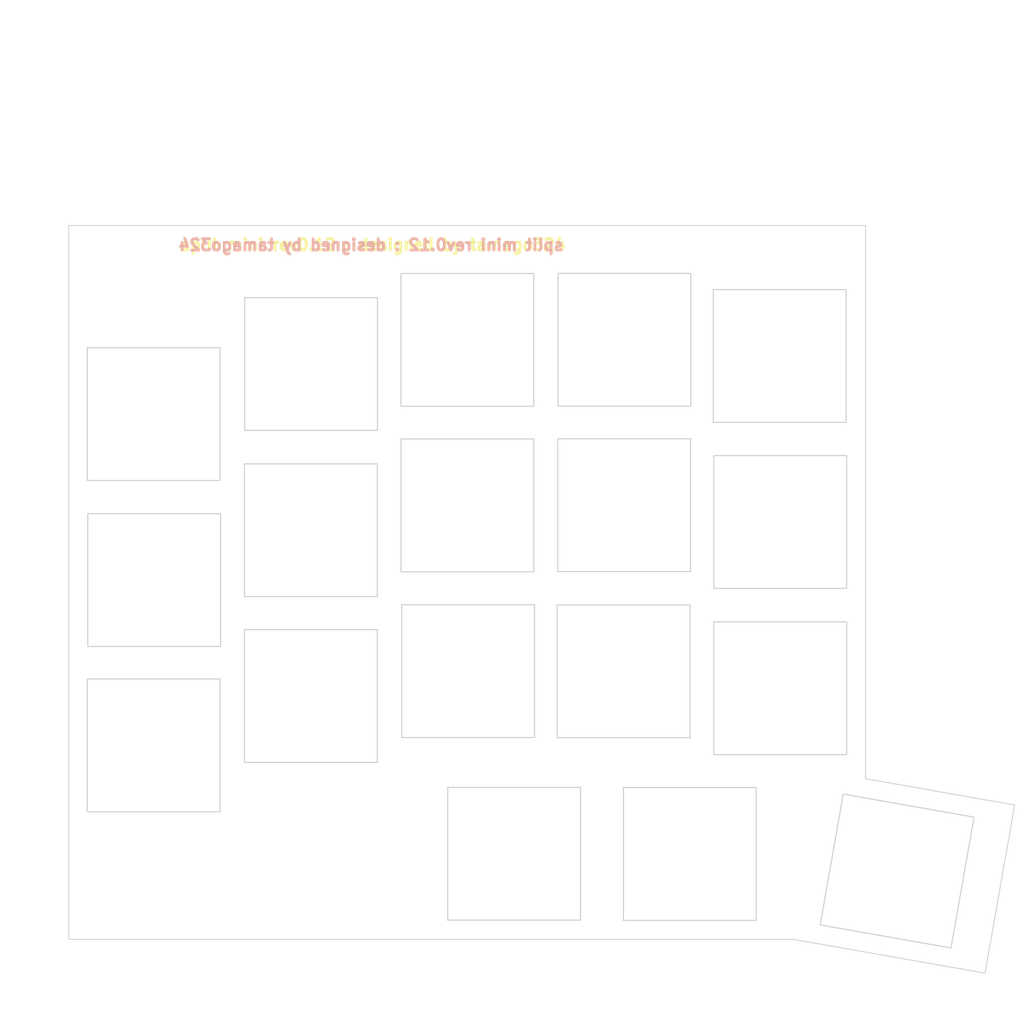
<source format=kicad_pcb>
(kicad_pcb (version 20211014) (generator pcbnew)
  (layers (0 "F.Cu" signal) (31 "B.Cu" signal) (34 "B.Paste" user) (35 "F.Paste" user) (36 "B.SilkS" user "B.Silkscreen") (37 "F.SilkS" user "F.Silkscreen") (38 "B.Mask" user) (39 "F.Mask" user) (44 "Edge.Cuts" user))
  (net 0 "")
  (net 1 "GND")
  (footprint "split-mini:SW_Hole" (layer "F.Cu") (at 28.95 73.85)
    (fp_text reference "SW6" hide)
    (fp_text value "SW_PUSH" hide)
    (fp_line (start 7 7) (end 7 -7) (layer "Edge.Cuts") (width 0.12))
    (fp_line (start -7 -7) (end -7 7) (layer "Edge.Cuts") (width 0.12))
    (fp_line (start 7 -7) (end -7 -7) (layer "Edge.Cuts") (width 0.12))
    (fp_line (start -7 7) (end 7 7) (layer "Edge.Cuts") (width 0.12))
  )
  (footprint "split-mini:SW_Hole" (layer "F.Cu") (at 28.9 91.275)
    (fp_text reference "SW11" hide)
    (fp_text value "SW_PUSH" hide)
    (fp_line (start -7 7) (end 7 7) (layer "Edge.Cuts") (width 0.12))
    (fp_line (start 7 -7) (end -7 -7) (layer "Edge.Cuts") (width 0.12))
    (fp_line (start 7 7) (end 7 -7) (layer "Edge.Cuts") (width 0.12))
    (fp_line (start -7 -7) (end -7 7) (layer "Edge.Cuts") (width 0.12))
  )
  (footprint "split-mini:SW_Hole" (layer "F.Cu") (at 78.5 65.95)
    (fp_text reference "SW9" hide)
    (fp_text value "SW_PUSH" hide)
    (fp_line (start 7 7) (end 7 -7) (layer "Edge.Cuts") (width 0.12))
    (fp_line (start -7 7) (end 7 7) (layer "Edge.Cuts") (width 0.12))
    (fp_line (start -7 -7) (end -7 7) (layer "Edge.Cuts") (width 0.12))
    (fp_line (start 7 -7) (end -7 -7) (layer "Edge.Cuts") (width 0.12))
  )
  (footprint "split-mini:SW_Hole" (layer "F.Cu") (at 61.965 48.53)
    (fp_text reference "SW3" hide)
    (fp_text value "SW_PUSH" hide)
    (fp_line (start -7 7) (end 7 7) (layer "Edge.Cuts") (width 0.12))
    (fp_line (start 7 7) (end 7 -7) (layer "Edge.Cuts") (width 0.12))
    (fp_line (start 7 -7) (end -7 -7) (layer "Edge.Cuts") (width 0.12))
    (fp_line (start -7 -7) (end -7 7) (layer "Edge.Cuts") (width 0.12))
  )
  (footprint "split-mini:SW_Hole" (layer "F.Cu") (at 94.9 50.225)
    (fp_text reference "SW5" hide)
    (fp_text value "SW_PUSH" hide)
    (fp_line (start -7 7) (end 7 7) (layer "Edge.Cuts") (width 0.12))
    (fp_line (start 7 -7) (end -7 -7) (layer "Edge.Cuts") (width 0.12))
    (fp_line (start -7 -7) (end -7 7) (layer "Edge.Cuts") (width 0.12))
    (fp_line (start 7 7) (end 7 -7) (layer "Edge.Cuts") (width 0.12))
  )
  (footprint "split-mini:spacer_m2_2.2mm" (layer "F.Cu") (at 94.95 39.775)
    (fp_text reference "HOLE3" hide)
    (fp_text value "Val**" hide)
    (pad "" np_thru_hole circle (at 0 0) (size 2.2 2.2) (drill 2.2) (layers F&B.Cu *.Mask))
  )
  (footprint "split-mini:SW_Hole" (layer "F.Cu") (at 94.95 85.25)
    (fp_text reference "SW15" hide)
    (fp_text value "SW_PUSH" hide)
    (fp_line (start 7 7) (end 7 -7) (layer "Edge.Cuts") (width 0.12))
    (fp_line (start -7 7) (end 7 7) (layer "Edge.Cuts") (width 0.12))
    (fp_line (start 7 -7) (end -7 -7) (layer "Edge.Cuts") (width 0.12))
    (fp_line (start -7 -7) (end -7 7) (layer "Edge.Cuts") (width 0.12))
  )
  (footprint "split-mini:SW_Hole" (layer "F.Cu") (at 45.475 68.6)
    (fp_text reference "SW7" hide)
    (fp_text value "SW_PUSH" hide)
    (fp_line (start 7 7) (end 7 -7) (layer "Edge.Cuts") (width 0.12))
    (fp_line (start -7 -7) (end -7 7) (layer "Edge.Cuts") (width 0.12))
    (fp_line (start 7 -7) (end -7 -7) (layer "Edge.Cuts") (width 0.12))
    (fp_line (start -7 7) (end 7 7) (layer "Edge.Cuts") (width 0.12))
  )
  (footprint "split-mini:SW_Hole" (layer "F.Cu") (at 66.9 102.7)
    (fp_text reference "SW16" hide)
    (fp_text value "SW_PUSH" hide)
    (fp_line (start 7 7) (end 7 -7) (layer "Edge.Cuts") (width 0.12))
    (fp_line (start -7 7) (end 7 7) (layer "Edge.Cuts") (width 0.12))
    (fp_line (start -7 -7) (end -7 7) (layer "Edge.Cuts") (width 0.12))
    (fp_line (start 7 -7) (end -7 -7) (layer "Edge.Cuts") (width 0.12))
  )
  (footprint "split-mini:spacer_m2_2.2mm" (layer "F.Cu") (at 28.925 106.375)
    (fp_text reference "HOLE4" hide)
    (fp_text value "Val*" hide)
    (pad "" np_thru_hole circle (at 0 0) (size 2.2 2.2) (drill 2.2) (layers F&B.Cu *.Mask))
  )
  (footprint "split-mini:SW_Hole" (layer "F.Cu") (at 107.275 104.525 -10)
    (fp_text reference "SW18" hide)
    (fp_text value "SW_PUSH" hide)
    (fp_line (start 7 -7) (end -7 -7) (layer "Edge.Cuts") (width 0.12))
    (fp_line (start -7 7) (end 7 7) (layer "Edge.Cuts") (width 0.12))
    (fp_line (start 7 7) (end 7 -7) (layer "Edge.Cuts") (width 0.12))
    (fp_line (start -7 -7) (end -7 7) (layer "Edge.Cuts") (width 0.12))
  )
  (footprint "split-mini:SW_Hole" (layer "F.Cu") (at 61.975 65.975)
    (fp_text reference "SW8" hide)
    (fp_text value "SW_PUSH" hide)
    (fp_line (start 7 -7) (end -7 -7) (layer "Edge.Cuts") (width 0.12))
    (fp_line (start -7 -7) (end -7 7) (layer "Edge.Cuts") (width 0.12))
    (fp_line (start 7 7) (end 7 -7) (layer "Edge.Cuts") (width 0.12))
    (fp_line (start -7 7) (end 7 7) (layer "Edge.Cuts") (width 0.12))
  )
  (footprint "split-mini:spacer_m2_2.2mm" (layer "F.Cu") (at 96.45 102.475)
    (fp_text reference "HOLE2" hide)
    (fp_text value "Val**" hide)
    (pad "" np_thru_hole circle (at 0 0) (size 2.2 2.2) (drill 2.2) (layers F&B.Cu *.Mask))
  )
  (footprint "split-mini:SW_Hole" (layer "F.Cu") (at 85.425 102.725)
    (fp_text reference "SW17" hide)
    (fp_text value "SW_PUSH" hide)
    (fp_line (start -7 -7) (end -7 7) (layer "Edge.Cuts") (width 0.12))
    (fp_line (start -7 7) (end 7 7) (layer "Edge.Cuts") (width 0.12))
    (fp_line (start 7 7) (end 7 -7) (layer "Edge.Cuts") (width 0.12))
    (fp_line (start 7 -7) (end -7 -7) (layer "Edge.Cuts") (width 0.12))
  )
  (footprint "split-mini:SW_Hole" (layer "F.Cu") (at 94.95 67.725)
    (fp_text reference "SW10" hide)
    (fp_text value "SW_PUSH" hide)
    (fp_line (start -7 -7) (end -7 7) (layer "Edge.Cuts") (width 0.12))
    (fp_line (start 7 -7) (end -7 -7) (layer "Edge.Cuts") (width 0.12))
    (fp_line (start 7 7) (end 7 -7) (layer "Edge.Cuts") (width 0.12))
    (fp_line (start -7 7) (end 7 7) (layer "Edge.Cuts") (width 0.12))
  )
  (footprint "split-mini:SW_Hole" (layer "F.Cu") (at 45.495 51.075)
    (fp_text reference "SW2" hide)
    (fp_text value "SW_PUSH" hide)
    (fp_line (start -7 -7) (end -7 7) (layer "Edge.Cuts") (width 0.12))
    (fp_line (start -7 7) (end 7 7) (layer "Edge.Cuts") (width 0.12))
    (fp_line (start 7 7) (end 7 -7) (layer "Edge.Cuts") (width 0.12))
    (fp_line (start 7 -7) (end -7 -7) (layer "Edge.Cuts") (width 0.12))
  )
  (footprint "split-mini:SW_Hole" (layer "F.Cu") (at 62.05 83.45)
    (fp_text reference "SW13" hide)
    (fp_text value "SW_PUSH" hide)
    (fp_line (start 7 7) (end 7 -7) (layer "Edge.Cuts") (width 0.12))
    (fp_line (start -7 7) (end 7 7) (layer "Edge.Cuts") (width 0.12))
    (fp_line (start 7 -7) (end -7 -7) (layer "Edge.Cuts") (width 0.12))
    (fp_line (start -7 -7) (end -7 7) (layer "Edge.Cuts") (width 0.12))
  )
  (footprint "split-mini:spacer_m2_2.2mm" (layer "F.Cu") (at 28.95 41.375)
    (fp_text reference "HOLE1" hide)
    (fp_text value "Val**" hide)
    (pad "" np_thru_hole circle (at 0 0) (size 2.2 2.2) (drill 2.2) (layers F&B.Cu *.Mask))
  )
  (footprint "split-mini:SW_Hole" (layer "F.Cu") (at 45.475 86.075)
    (fp_text reference "SW12" hide)
    (fp_text value "SW_PUSH" hide)
    (fp_line (start 7 7) (end 7 -7) (layer "Edge.Cuts") (width 0.12))
    (fp_line (start -7 7) (end 7 7) (layer "Edge.Cuts") (width 0.12))
    (fp_line (start 7 -7) (end -7 -7) (layer "Edge.Cuts") (width 0.12))
    (fp_line (start -7 -7) (end -7 7) (layer "Edge.Cuts") (width 0.12))
  )
  (footprint "split-mini:SW_Hole" (layer "F.Cu") (at 78.45 83.475)
    (fp_text reference "SW14" hide)
    (fp_text value "SW_PUSH" hide)
    (fp_line (start 7 -7) (end -7 -7) (layer "Edge.Cuts") (width 0.12))
    (fp_line (start -7 7) (end 7 7) (layer "Edge.Cuts") (width 0.12))
    (fp_line (start 7 7) (end 7 -7) (layer "Edge.Cuts") (width 0.12))
    (fp_line (start -7 -7) (end -7 7) (layer "Edge.Cuts") (width 0.12))
  )
  (footprint "split-mini:SW_Hole" (layer "F.Cu") (at 28.9 56.35)
    (fp_text reference "SW1" hide)
    (fp_text value "SW_PUSH" hide)
    (fp_line (start 7 -7) (end -7 -7) (layer "Edge.Cuts") (width 0.12))
    (fp_line (start -7 -7) (end -7 7) (layer "Edge.Cuts") (width 0.12))
    (fp_line (start 7 7) (end 7 -7) (layer "Edge.Cuts") (width 0.12))
    (fp_line (start -7 7) (end 7 7) (layer "Edge.Cuts") (width 0.12))
  )
  (footprint "split-mini:SW_Hole" (layer "F.Cu") (at 78.525 48.52)
    (fp_text reference "SW4" hide)
    (fp_text value "SW_PUSH" hide)
    (fp_line (start -7 7) (end 7 7) (layer "Edge.Cuts") (width 0.12))
    (fp_line (start -7 -7) (end -7 7) (layer "Edge.Cuts") (width 0.12))
    (fp_line (start 7 -7) (end -7 -7) (layer "Edge.Cuts") (width 0.12))
    (fp_line (start 7 7) (end 7 -7) (layer "Edge.Cuts") (width 0.12))
  )
  (gr_line (start 119.667171 97.563496) (end 103.95 94.792135) (layer "Edge.Cuts") (width 0.1))
  (gr_line (start 19.95 36.475) (end 103.95 36.475) (layer "Edge.Cuts") (width 0.1))
  (gr_line (start 116.541504 115.290036) (end 119.667171 97.563496) (layer "Edge.Cuts") (width 0.1))
  (gr_line (start 19.95 36.475) (end 19.95 111.725) (layer "Edge.Cuts") (width 0.1))
  (gr_line (start 103.95 94.792135) (end 103.95 36.475) (layer "Edge.Cuts") (width 0.1))
  (gr_line (start 19.95 111.725) (end 96.32318 111.725) (layer "Edge.Cuts") (width 0.1))
  (gr_line (start 96.32318 111.725) (end 116.541504 115.290036) (layer "Edge.Cuts") (width 0.1))
  (gr_text "split mini rev0.12 : designed by tamago324" (at 51.8 38.525) (layer "B.SilkS") (effects (font (size 1.2 1.2) (thickness 0.3)) (justify mirror)))
  (gr_text "split mini rev0.12 : designed by tamago324" (at 52.05 38.5) (layer "F.SilkS") (effects (font (size 1.2 1.2) (thickness 0.3))))
)
</source>
